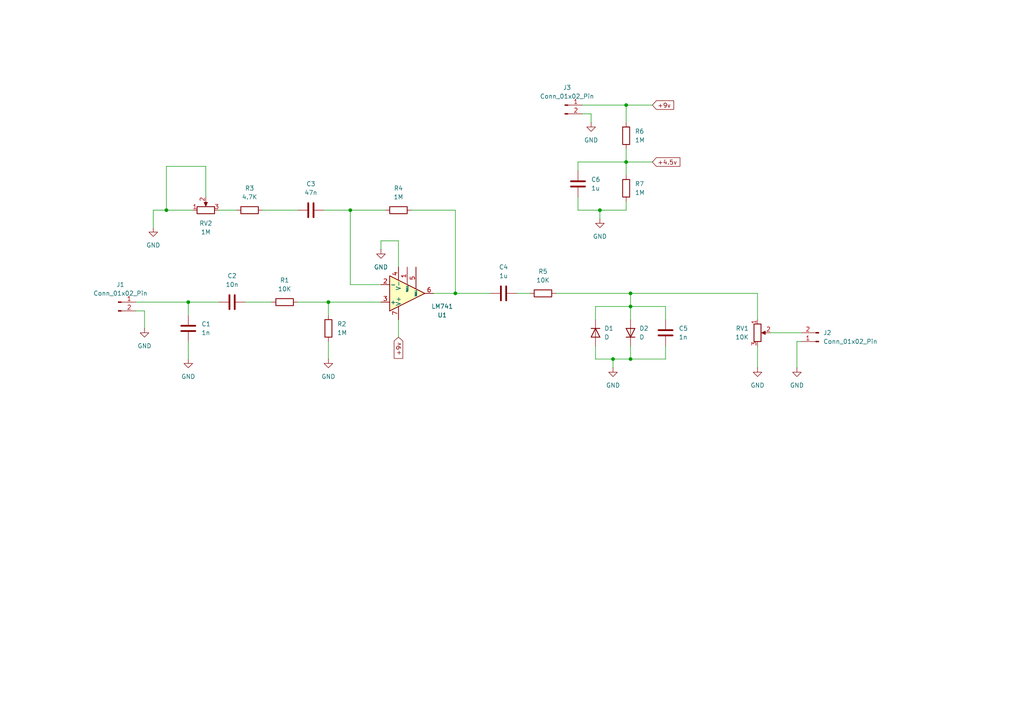
<source format=kicad_sch>
(kicad_sch (version 20231120) (generator "eeschema") (generator_version "8.0")
  (paper "A4")
  (lib_symbols
    (symbol "Amplifier_Operational:LM741" (pin_names (offset 0.127))
      (property "Reference" "U" (at 0 6.35 0))
      (property "Value" "LM741" (at 0 3.81 0))
      (symbol "LM741_0_1"
        (polyline (pts (xy -5.08 5.08) (xy 5.08 0) (xy -5.08 -5.08) (xy -5.08 5.08)) (stroke (width 0.254)) (fill (type background)))
      )
      (symbol "LM741_1_1"
        (pin input line (at 0 -7.62 90) (length 5.08) (name "NULL") (number "1"))
        (pin input line (at -7.62 -2.54 0) (length 2.54) (name "-") (number "2"))
        (pin input line (at -7.62 2.54 0) (length 2.54) (name "+") (number "3"))
        (pin power_in line (at -2.54 -7.62 90) (length 3.81) (name "V-") (number "4"))
        (pin input line (at 2.54 -7.62 90) (length 6.35) (name "NULL") (number "5"))
        (pin output line (at 7.62 0 180) (length 2.54) (name "~") (number "6"))
        (pin power_in line (at -2.54 7.62 270) (length 3.81) (name "V+") (number "7"))
        (pin no_connect line (at 0 2.54 270) (length 2.54) hide (name "NC") (number "8"))
      )
    )
    (symbol "Connector:Conn_01x02_Pin" (pin_names (offset 1.016) hide)
      (property "Reference" "J" (at 0 2.54 0))
      (property "Value" "Conn_01x02_Pin" (at 0 -5.08 0))
      (symbol "Conn_01x02_Pin_1_1"
        (polyline (pts (xy 1.27 -2.54) (xy 0.8636 -2.54)) (stroke (width 0.1524)))
        (polyline (pts (xy 1.27 0) (xy 0.8636 0)) (stroke (width 0.1524)))
        (rectangle (start 0.8636 -2.413) (end 0 -2.667) (stroke (width 0.1524)) (fill (type outline)))
        (rectangle (start 0.8636 0.127) (end 0 -0.127) (stroke (width 0.1524)) (fill (type outline)))
        (pin passive line (at 5.08 0 180) (length 3.81) (name "Pin_1") (number "1"))
        (pin passive line (at 5.08 -2.54 180) (length 3.81) (name "Pin_2") (number "2"))
      )
    )
    (symbol "Device:C" (pin_numbers hide) (pin_names (offset 0.254))
      (property "Reference" "C" (at 0.635 2.54 0))
      (property "Value" "C" (at 0.635 -2.54 0))
      (symbol "C_0_1"
        (polyline (pts (xy -2.032 -0.762) (xy 2.032 -0.762)) (stroke (width 0.508)))
        (polyline (pts (xy -2.032 0.762) (xy 2.032 0.762)) (stroke (width 0.508)))
      )
      (symbol "C_1_1"
        (pin passive line (at 0 3.81 270) (length 2.794) (name "~") (number "1"))
        (pin passive line (at 0 -3.81 90) (length 2.794) (name "~") (number "2"))
      )
    )
    (symbol "Device:D" (pin_numbers hide) (pin_names (offset 1.016) hide)
      (property "Reference" "D" (at 0 2.54 0))
      (property "Value" "D" (at 0 -2.54 0))
      (symbol "D_0_1"
        (polyline (pts (xy -1.27 1.27) (xy -1.27 -1.27)) (stroke (width 0.254)))
        (polyline (pts (xy 1.27 0) (xy -1.27 0)))
        (polyline (pts (xy 1.27 1.27) (xy 1.27 -1.27) (xy -1.27 0) (xy 1.27 1.27)) (stroke (width 0.254)))
      )
      (symbol "D_1_1"
        (pin passive line (at -3.81 0 0) (length 2.54) (name "K") (number "1"))
        (pin passive line (at 3.81 0 180) (length 2.54) (name "A") (number "2"))
      )
    )
    (symbol "Device:R" (pin_numbers hide) (pin_names (offset 0))
      (property "Reference" "R" (at 2.032 0 90))
      (property "Value" "R" (at 0 0 90))
      (symbol "R_0_1"
        (rectangle (start -1.016 -2.54) (end 1.016 2.54) (stroke (width 0.254)))
      )
      (symbol "R_1_1"
        (pin passive line (at 0 3.81 270) (length 1.27) (name "~") (number "1"))
        (pin passive line (at 0 -3.81 90) (length 1.27) (name "~") (number "2"))
      )
    )
    (symbol "Device:R_Potentiometer" (pin_names (offset 1.016) hide)
      (property "Reference" "RV" (at -4.445 0 90))
      (property "Value" "R_Potentiometer" (at -2.54 0 90))
      (symbol "R_Potentiometer_0_1"
        (polyline (pts (xy 2.54 0) (xy 1.524 0)))
        (polyline (pts (xy 1.143 0) (xy 2.286 0.508) (xy 2.286 -0.508) (xy 1.143 0)) (fill (type outline)))
        (rectangle (start 1.016 2.54) (end -1.016 -2.54) (stroke (width 0.254)))
      )
      (symbol "R_Potentiometer_1_1"
        (pin passive line (at 0 3.81 270) (length 1.27) (name "1") (number "1"))
        (pin passive line (at 3.81 0 180) (length 1.27) (name "2") (number "2"))
        (pin passive line (at 0 -3.81 90) (length 1.27) (name "3") (number "3"))
      )
    )
    (symbol "power:GND" (power) (pin_numbers hide) (pin_names (offset 0) hide)
      (property "Value" "GND" (at 0 -3.81 0))
      (symbol "GND_0_1"
        (polyline (pts (xy 0 0) (xy 0 -1.27) (xy 1.27 -1.27) (xy 0 -2.54) (xy -1.27 -1.27) (xy 0 -1.27)))
      )
      (symbol "GND_1_1"
        (pin power_in line (at 0 0 270) (length 0) (name "~") (number "1"))
      )
    )
  )
  (junction (at 173.99 60.96))
  (junction (at 182.88 88.9))
  (junction (at 132.08 85.09))
  (junction (at 177.8 104.14))
  (junction (at 54.61 87.63))
  (junction (at 101.6 60.96))
  (junction (at 181.61 30.48))
  (junction (at 48.26 60.96))
  (junction (at 181.61 46.99))
  (junction (at 95.25 87.63))
  (junction (at 182.88 85.09))
  (junction (at 182.88 104.14))
  (wire (pts (xy 172.72 104.14) (xy 172.72 100.33)))
  (wire (pts (xy 182.88 85.09) (xy 182.88 88.9)))
  (wire (pts (xy 95.25 99.06) (xy 95.25 104.14)))
  (wire (pts (xy 115.57 69.85) (xy 115.57 77.47)))
  (wire (pts (xy 59.69 57.15) (xy 59.69 48.26)))
  (wire (pts (xy 167.64 49.53) (xy 167.64 46.99)))
  (wire (pts (xy 101.6 60.96) (xy 111.76 60.96)))
  (wire (pts (xy 110.49 82.55) (xy 101.6 82.55)))
  (wire (pts (xy 181.61 46.99) (xy 181.61 50.8)))
  (wire (pts (xy 63.5 60.96) (xy 68.58 60.96)))
  (wire (pts (xy 182.88 88.9) (xy 182.88 92.71)))
  (wire (pts (xy 172.72 92.71) (xy 172.72 88.9)))
  (wire (pts (xy 110.49 72.39) (xy 110.49 69.85)))
  (wire (pts (xy 181.61 58.42) (xy 181.61 60.96)))
  (wire (pts (xy 95.25 87.63) (xy 95.25 91.44)))
  (wire (pts (xy 219.71 92.71) (xy 219.71 85.09)))
  (wire (pts (xy 231.14 99.06) (xy 231.14 106.68)))
  (wire (pts (xy 71.12 87.63) (xy 78.74 87.63)))
  (wire (pts (xy 167.64 46.99) (xy 181.61 46.99)))
  (wire (pts (xy 189.23 30.48) (xy 181.61 30.48)))
  (wire (pts (xy 48.26 48.26) (xy 48.26 60.96)))
  (wire (pts (xy 54.61 87.63) (xy 54.61 91.44)))
  (wire (pts (xy 193.04 88.9) (xy 182.88 88.9)))
  (wire (pts (xy 173.99 60.96) (xy 173.99 63.5)))
  (wire (pts (xy 119.38 60.96) (xy 132.08 60.96)))
  (wire (pts (xy 95.25 87.63) (xy 110.49 87.63)))
  (wire (pts (xy 76.2 60.96) (xy 86.36 60.96)))
  (wire (pts (xy 181.61 60.96) (xy 173.99 60.96)))
  (wire (pts (xy 181.61 46.99) (xy 189.23 46.99)))
  (wire (pts (xy 181.61 30.48) (xy 181.61 35.56)))
  (wire (pts (xy 110.49 69.85) (xy 115.57 69.85)))
  (wire (pts (xy 55.88 60.96) (xy 48.26 60.96)))
  (wire (pts (xy 161.29 85.09) (xy 182.88 85.09)))
  (wire (pts (xy 173.99 60.96) (xy 167.64 60.96)))
  (wire (pts (xy 44.45 60.96) (xy 44.45 66.04)))
  (wire (pts (xy 41.91 95.25) (xy 41.91 90.17)))
  (wire (pts (xy 86.36 87.63) (xy 95.25 87.63)))
  (wire (pts (xy 54.61 99.06) (xy 54.61 104.14)))
  (wire (pts (xy 39.37 90.17) (xy 41.91 90.17)))
  (wire (pts (xy 219.71 85.09) (xy 182.88 85.09)))
  (wire (pts (xy 182.88 104.14) (xy 177.8 104.14)))
  (wire (pts (xy 63.5 87.63) (xy 54.61 87.63)))
  (wire (pts (xy 48.26 60.96) (xy 44.45 60.96)))
  (wire (pts (xy 193.04 100.33) (xy 193.04 104.14)))
  (wire (pts (xy 101.6 82.55) (xy 101.6 60.96)))
  (wire (pts (xy 168.91 30.48) (xy 181.61 30.48)))
  (wire (pts (xy 219.71 100.33) (xy 219.71 106.68)))
  (wire (pts (xy 115.57 92.71) (xy 115.57 97.79)))
  (wire (pts (xy 177.8 104.14) (xy 177.8 106.68)))
  (wire (pts (xy 223.52 96.52) (xy 232.41 96.52)))
  (wire (pts (xy 149.86 85.09) (xy 153.67 85.09)))
  (wire (pts (xy 59.69 48.26) (xy 48.26 48.26)))
  (wire (pts (xy 172.72 88.9) (xy 182.88 88.9)))
  (wire (pts (xy 182.88 100.33) (xy 182.88 104.14)))
  (wire (pts (xy 177.8 104.14) (xy 172.72 104.14)))
  (wire (pts (xy 39.37 87.63) (xy 54.61 87.63)))
  (wire (pts (xy 101.6 60.96) (xy 93.98 60.96)))
  (wire (pts (xy 193.04 104.14) (xy 182.88 104.14)))
  (wire (pts (xy 232.41 99.06) (xy 231.14 99.06)))
  (wire (pts (xy 171.45 33.02) (xy 168.91 33.02)))
  (wire (pts (xy 132.08 85.09) (xy 125.73 85.09)))
  (wire (pts (xy 167.64 60.96) (xy 167.64 57.15)))
  (wire (pts (xy 132.08 60.96) (xy 132.08 85.09)))
  (wire (pts (xy 181.61 43.18) (xy 181.61 46.99)))
  (wire (pts (xy 193.04 92.71) (xy 193.04 88.9)))
  (wire (pts (xy 171.45 35.56) (xy 171.45 33.02)))
  (wire (pts (xy 132.08 85.09) (xy 142.24 85.09)))
  (global_label "+4.5v" (shape input) (at 189.23 46.99 0) (property "Intersheetrefs" "${INTERSHEET_REFS}" (effects (hide yes))))
  (global_label "+9v" (shape input) (at 115.57 97.79 270) (property "Intersheetrefs" "${INTERSHEET_REFS}" (effects (hide yes))))
  (global_label "+9v" (shape input) (at 189.23 30.48 0) (property "Intersheetrefs" "${INTERSHEET_REFS}" (effects (hide yes))))
  (symbol (lib_id "Device:D") (at 182.88 96.52 90) (unit 1)
    (property "Reference" "D2" (at 185.42 95.2499 90) (effects (justify right)))
    (property "Value" "D" (at 185.42 97.7899 90) (effects (justify right)))
    (property "Description" "Diode" (effects (hide yes)))
    (property "Sim.Device" "D" (effects (hide yes)))
    (property "Sim.Pins" "1=K 2=A" (effects (hide yes)))
  )
  (symbol (lib_id "Amplifier_Operational:LM741") (at 118.11 85.09 0) (mirror x) (unit 1)
    (property "Reference" "U1" (at 128.27 91.4086 0))
    (property "Value" "LM741" (at 128.27 88.8686 0))
    (property "Datasheet" "http://www.ti.com/lit/ds/symlink/lm741.pdf" (effects (hide yes)))
    (property "Description" "Operational Amplifier, DIP-8/TO-99-8" (effects (hide yes)))
  )
  (symbol (lib_id "power:GND") (at 219.71 106.68 0) (unit 1)
    (property "Reference" "#PWR06" (effects (hide yes)))
    (property "Value" "GND" (at 219.71 111.76 0))
    (property "Description" "Power symbol creates a global label with name \"GND\" , ground" (effects (hide yes)))
  )
  (symbol (lib_id "Device:R") (at 115.57 60.96 90) (unit 1)
    (property "Reference" "R4" (at 115.57 54.61 90))
    (property "Value" "1M" (at 115.57 57.15 90))
    (property "Description" "Resistor" (effects (hide yes)))
  )
  (symbol (lib_id "power:GND") (at 54.61 104.14 0) (unit 1)
    (property "Reference" "#PWR01" (effects (hide yes)))
    (property "Value" "GND" (at 54.61 109.22 0))
    (property "Description" "Power symbol creates a global label with name \"GND\" , ground" (effects (hide yes)))
  )
  (symbol (lib_id "Device:C") (at 67.31 87.63 270) (unit 1)
    (property "Reference" "C2" (at 67.31 80.01 90))
    (property "Value" "10n" (at 67.31 82.55 90))
    (property "Description" "Unpolarized capacitor" (effects (hide yes)))
  )
  (symbol (lib_id "power:GND") (at 171.45 35.56 0) (unit 1)
    (property "Reference" "#PWR010" (effects (hide yes)))
    (property "Value" "GND" (at 171.45 40.64 0))
    (property "Description" "Power symbol creates a global label with name \"GND\" , ground" (effects (hide yes)))
  )
  (symbol (lib_id "Connector:Conn_01x02_Pin") (at 163.83 30.48 0) (unit 1)
    (property "Reference" "J3" (at 164.465 25.4 0))
    (property "Value" "Conn_01x02_Pin" (at 164.465 27.94 0))
    (property "Description" "Generic connector, single row, 01x02, script generated" (effects (hide yes)))
  )
  (symbol (lib_id "Device:C") (at 90.17 60.96 270) (unit 1)
    (property "Reference" "C3" (at 90.17 53.34 90))
    (property "Value" "47n" (at 90.17 55.88 90))
    (property "Description" "Unpolarized capacitor" (effects (hide yes)))
  )
  (symbol (lib_id "power:GND") (at 110.49 72.39 0) (unit 1)
    (property "Reference" "#PWR03" (effects (hide yes)))
    (property "Value" "GND" (at 110.49 77.47 0))
    (property "Description" "Power symbol creates a global label with name \"GND\" , ground" (effects (hide yes)))
  )
  (symbol (lib_id "Device:R") (at 181.61 54.61 180) (unit 1)
    (property "Reference" "R7" (at 184.15 53.3399 0) (effects (justify right)))
    (property "Value" "1M" (at 184.15 55.8799 0) (effects (justify right)))
    (property "Description" "Resistor" (effects (hide yes)))
  )
  (symbol (lib_id "Device:R") (at 181.61 39.37 180) (unit 1)
    (property "Reference" "R6" (at 184.15 38.0999 0) (effects (justify right)))
    (property "Value" "1M" (at 184.15 40.6399 0) (effects (justify right)))
    (property "Description" "Resistor" (effects (hide yes)))
  )
  (symbol (lib_id "power:GND") (at 44.45 66.04 0) (unit 1)
    (property "Reference" "#PWR04" (effects (hide yes)))
    (property "Value" "GND" (at 44.45 71.12 0))
    (property "Description" "Power symbol creates a global label with name \"GND\" , ground" (effects (hide yes)))
  )
  (symbol (lib_id "Device:C") (at 54.61 95.25 180) (unit 1)
    (property "Reference" "C1" (at 58.42 93.9799 0) (effects (justify right)))
    (property "Value" "1n" (at 58.42 96.5199 0) (effects (justify right)))
    (property "Description" "Unpolarized capacitor" (effects (hide yes)))
  )
  (symbol (lib_id "Device:C") (at 193.04 96.52 0) (unit 1)
    (property "Reference" "C5" (at 196.85 95.2499 0) (effects (justify left)))
    (property "Value" "1n" (at 196.85 97.7899 0) (effects (justify left)))
    (property "Description" "Unpolarized capacitor" (effects (hide yes)))
  )
  (symbol (lib_id "power:GND") (at 177.8 106.68 0) (unit 1)
    (property "Reference" "#PWR05" (effects (hide yes)))
    (property "Value" "GND" (at 177.8 111.76 0))
    (property "Description" "Power symbol creates a global label with name \"GND\" , ground" (effects (hide yes)))
  )
  (symbol (lib_id "Connector:Conn_01x02_Pin") (at 237.49 99.06 180) (unit 1)
    (property "Reference" "J2" (at 238.76 96.5199 0) (effects (justify right)))
    (property "Value" "Conn_01x02_Pin" (at 238.76 99.0599 0) (effects (justify right)))
    (property "Description" "Generic connector, single row, 01x02, script generated" (effects (hide yes)))
  )
  (symbol (lib_id "Device:C") (at 146.05 85.09 270) (unit 1)
    (property "Reference" "C4" (at 146.05 77.47 90))
    (property "Value" "1u" (at 146.05 80.01 90))
    (property "Description" "Unpolarized capacitor" (effects (hide yes)))
  )
  (symbol (lib_id "Device:R_Potentiometer") (at 59.69 60.96 90) (unit 1)
    (property "Reference" "RV2" (at 59.69 64.77 90))
    (property "Value" "1M" (at 59.69 67.31 90))
    (property "Description" "Potentiometer" (effects (hide yes)))
  )
  (symbol (lib_id "Device:R") (at 157.48 85.09 90) (unit 1)
    (property "Reference" "R5" (at 157.48 78.74 90))
    (property "Value" "10K" (at 157.48 81.28 90))
    (property "Description" "Resistor" (effects (hide yes)))
  )
  (symbol (lib_id "Device:R") (at 72.39 60.96 90) (unit 1)
    (property "Reference" "R3" (at 72.39 54.61 90))
    (property "Value" "4.7K" (at 72.39 57.15 90))
    (property "Description" "Resistor" (effects (hide yes)))
  )
  (symbol (lib_id "power:GND") (at 231.14 106.68 0) (unit 1)
    (property "Reference" "#PWR08" (effects (hide yes)))
    (property "Value" "GND" (at 231.14 111.76 0))
    (property "Description" "Power symbol creates a global label with name \"GND\" , ground" (effects (hide yes)))
  )
  (symbol (lib_id "power:GND") (at 173.99 63.5 0) (unit 1)
    (property "Reference" "#PWR09" (effects (hide yes)))
    (property "Value" "GND" (at 173.99 68.58 0))
    (property "Description" "Power symbol creates a global label with name \"GND\" , ground" (effects (hide yes)))
  )
  (symbol (lib_id "power:GND") (at 41.91 95.25 0) (unit 1)
    (property "Reference" "#PWR07" (effects (hide yes)))
    (property "Value" "GND" (at 41.91 100.33 0))
    (property "Description" "Power symbol creates a global label with name \"GND\" , ground" (effects (hide yes)))
  )
  (symbol (lib_id "Device:R") (at 82.55 87.63 90) (unit 1)
    (property "Reference" "R1" (at 82.55 81.28 90))
    (property "Value" "10K" (at 82.55 83.82 90))
    (property "Description" "Resistor" (effects (hide yes)))
  )
  (symbol (lib_id "power:GND") (at 95.25 104.14 0) (unit 1)
    (property "Reference" "#PWR02" (effects (hide yes)))
    (property "Value" "GND" (at 95.25 109.22 0))
    (property "Description" "Power symbol creates a global label with name \"GND\" , ground" (effects (hide yes)))
  )
  (symbol (lib_id "Device:D") (at 172.72 96.52 270) (unit 1)
    (property "Reference" "D1" (at 175.26 95.2499 90) (effects (justify left)))
    (property "Value" "D" (at 175.26 97.7899 90) (effects (justify left)))
    (property "Description" "Diode" (effects (hide yes)))
    (property "Sim.Device" "D" (effects (hide yes)))
    (property "Sim.Pins" "1=K 2=A" (effects (hide yes)))
  )
  (symbol (lib_id "Device:R_Potentiometer") (at 219.71 96.52 0) (unit 1)
    (property "Reference" "RV1" (at 217.17 95.2499 0) (effects (justify right)))
    (property "Value" "10K" (at 217.17 97.7899 0) (effects (justify right)))
    (property "Description" "Potentiometer" (effects (hide yes)))
  )
  (symbol (lib_id "Device:C") (at 167.64 53.34 0) (unit 1)
    (property "Reference" "C6" (at 171.45 52.0699 0) (effects (justify left)))
    (property "Value" "1u" (at 171.45 54.6099 0) (effects (justify left)))
    (property "Description" "Unpolarized capacitor" (effects (hide yes)))
  )
  (symbol (lib_id "Connector:Conn_01x02_Pin") (at 34.29 87.63 0) (unit 1)
    (property "Reference" "J1" (at 34.925 82.55 0))
    (property "Value" "Conn_01x02_Pin" (at 34.925 85.09 0))
    (property "Description" "Generic connector, single row, 01x02, script generated" (effects (hide yes)))
  )
  (symbol (lib_id "Device:R") (at 95.25 95.25 180) (unit 1)
    (property "Reference" "R2" (at 97.79 93.9799 0) (effects (justify right)))
    (property "Value" "1M" (at 97.79 96.5199 0) (effects (justify right)))
    (property "Description" "Resistor" (effects (hide yes)))
  )
)
</source>
